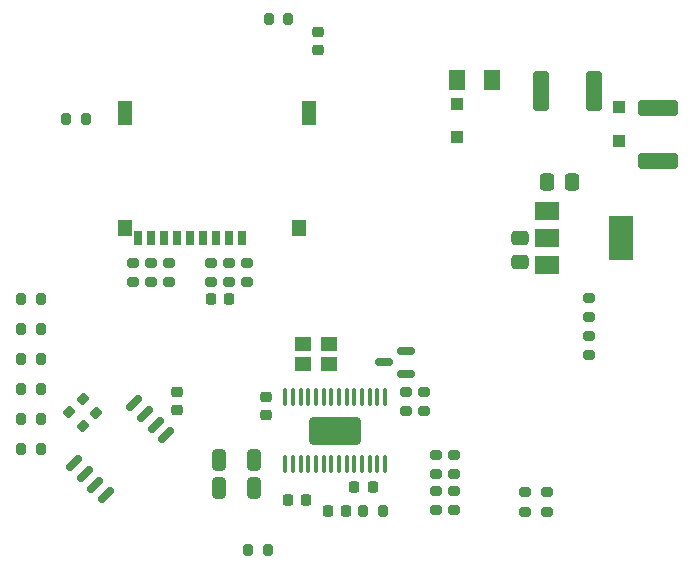
<source format=gbp>
G04 #@! TF.GenerationSoftware,KiCad,Pcbnew,7.0.2*
G04 #@! TF.CreationDate,2023-06-10T11:02:38+03:00*
G04 #@! TF.ProjectId,2.0,322e302e-6b69-4636-9164-5f7063625858,2.0*
G04 #@! TF.SameCoordinates,Original*
G04 #@! TF.FileFunction,Paste,Bot*
G04 #@! TF.FilePolarity,Positive*
%FSLAX46Y46*%
G04 Gerber Fmt 4.6, Leading zero omitted, Abs format (unit mm)*
G04 Created by KiCad (PCBNEW 7.0.2) date 2023-06-10 11:02:38*
%MOMM*%
%LPD*%
G01*
G04 APERTURE LIST*
G04 Aperture macros list*
%AMRoundRect*
0 Rectangle with rounded corners*
0 $1 Rounding radius*
0 $2 $3 $4 $5 $6 $7 $8 $9 X,Y pos of 4 corners*
0 Add a 4 corners polygon primitive as box body*
4,1,4,$2,$3,$4,$5,$6,$7,$8,$9,$2,$3,0*
0 Add four circle primitives for the rounded corners*
1,1,$1+$1,$2,$3*
1,1,$1+$1,$4,$5*
1,1,$1+$1,$6,$7*
1,1,$1+$1,$8,$9*
0 Add four rect primitives between the rounded corners*
20,1,$1+$1,$2,$3,$4,$5,0*
20,1,$1+$1,$4,$5,$6,$7,0*
20,1,$1+$1,$6,$7,$8,$9,0*
20,1,$1+$1,$8,$9,$2,$3,0*%
G04 Aperture macros list end*
%ADD10RoundRect,0.200000X0.275000X-0.200000X0.275000X0.200000X-0.275000X0.200000X-0.275000X-0.200000X0*%
%ADD11RoundRect,0.200000X0.335876X0.053033X0.053033X0.335876X-0.335876X-0.053033X-0.053033X-0.335876X0*%
%ADD12RoundRect,0.200000X-0.200000X-0.275000X0.200000X-0.275000X0.200000X0.275000X-0.200000X0.275000X0*%
%ADD13RoundRect,0.200000X0.200000X0.275000X-0.200000X0.275000X-0.200000X-0.275000X0.200000X-0.275000X0*%
%ADD14RoundRect,0.200000X-0.275000X0.200000X-0.275000X-0.200000X0.275000X-0.200000X0.275000X0.200000X0*%
%ADD15RoundRect,0.250000X0.400000X1.450000X-0.400000X1.450000X-0.400000X-1.450000X0.400000X-1.450000X0*%
%ADD16RoundRect,0.150000X-0.353553X-0.565685X0.565685X0.353553X0.353553X0.565685X-0.565685X-0.353553X0*%
%ADD17R,0.700000X1.300000*%
%ADD18R,1.200000X2.000000*%
%ADD19R,1.200000X1.400000*%
%ADD20RoundRect,0.225000X0.250000X-0.225000X0.250000X0.225000X-0.250000X0.225000X-0.250000X-0.225000X0*%
%ADD21RoundRect,0.250000X-0.475000X0.337500X-0.475000X-0.337500X0.475000X-0.337500X0.475000X0.337500X0*%
%ADD22RoundRect,0.250000X-0.300000X0.300000X-0.300000X-0.300000X0.300000X-0.300000X0.300000X0.300000X0*%
%ADD23RoundRect,0.250000X0.325000X0.650000X-0.325000X0.650000X-0.325000X-0.650000X0.325000X-0.650000X0*%
%ADD24RoundRect,0.225000X-0.250000X0.225000X-0.250000X-0.225000X0.250000X-0.225000X0.250000X0.225000X0*%
%ADD25RoundRect,0.150000X0.587500X0.150000X-0.587500X0.150000X-0.587500X-0.150000X0.587500X-0.150000X0*%
%ADD26RoundRect,0.250000X-0.337500X-0.475000X0.337500X-0.475000X0.337500X0.475000X-0.337500X0.475000X0*%
%ADD27RoundRect,0.225000X0.225000X0.250000X-0.225000X0.250000X-0.225000X-0.250000X0.225000X-0.250000X0*%
%ADD28RoundRect,0.225000X-0.225000X-0.250000X0.225000X-0.250000X0.225000X0.250000X-0.225000X0.250000X0*%
%ADD29RoundRect,0.250001X-1.924999X0.899999X-1.924999X-0.899999X1.924999X-0.899999X1.924999X0.899999X0*%
%ADD30RoundRect,0.100000X-0.100000X0.637500X-0.100000X-0.637500X0.100000X-0.637500X0.100000X0.637500X0*%
%ADD31RoundRect,0.250000X1.450000X-0.400000X1.450000X0.400000X-1.450000X0.400000X-1.450000X-0.400000X0*%
%ADD32R,1.400000X1.200000*%
%ADD33RoundRect,0.250001X-0.462499X-0.624999X0.462499X-0.624999X0.462499X0.624999X-0.462499X0.624999X0*%
%ADD34R,2.000000X1.500000*%
%ADD35R,2.000000X3.800000*%
G04 APERTURE END LIST*
D10*
X131318000Y-82296000D03*
X131318000Y-80646000D03*
D11*
X88467363Y-91515363D03*
X87300637Y-90348637D03*
D12*
X102470000Y-101981000D03*
X104120000Y-101981000D03*
D10*
X92736000Y-79311000D03*
X92736000Y-77661000D03*
D13*
X84899000Y-80765000D03*
X83249000Y-80765000D03*
D14*
X119888000Y-96965000D03*
X119888000Y-98615000D03*
D12*
X87059000Y-65532000D03*
X88709000Y-65532000D03*
D14*
X127772000Y-97092000D03*
X127772000Y-98742000D03*
X119888000Y-93917000D03*
X119888000Y-95567000D03*
D13*
X113855000Y-98679000D03*
X112205000Y-98679000D03*
D10*
X117348000Y-90233000D03*
X117348000Y-88583000D03*
D13*
X84899000Y-83305000D03*
X83249000Y-83305000D03*
D14*
X125857000Y-97092000D03*
X125857000Y-98742000D03*
D15*
X131699000Y-63119000D03*
X127249000Y-63119000D03*
D10*
X99336000Y-79311000D03*
X99336000Y-77661000D03*
D14*
X118364000Y-93917000D03*
X118364000Y-95567000D03*
D10*
X102384000Y-79311000D03*
X102384000Y-77661000D03*
D16*
X90430882Y-97362020D03*
X89532856Y-96463994D03*
X88634831Y-95565969D03*
X87736805Y-94667943D03*
X92827974Y-89576774D03*
X93726000Y-90474800D03*
X94624025Y-91372825D03*
X95522051Y-92270851D03*
D17*
X101960000Y-75586500D03*
X100860000Y-75586500D03*
X99760000Y-75586500D03*
X98660000Y-75586500D03*
X97560000Y-75586500D03*
X96460000Y-75586500D03*
X95360000Y-75586500D03*
X94260000Y-75586500D03*
X93160000Y-75586500D03*
D18*
X107580000Y-65036500D03*
X92060000Y-65036500D03*
D19*
X106740000Y-74736500D03*
X92060000Y-74736500D03*
D20*
X108331000Y-59677600D03*
X108331000Y-58127600D03*
D13*
X84899000Y-85845000D03*
X83249000Y-85845000D03*
D11*
X89610363Y-90372363D03*
X88443637Y-89205637D03*
D21*
X125476000Y-75565000D03*
X125476000Y-77640000D03*
D22*
X133858000Y-64527000D03*
X133858000Y-67327000D03*
D13*
X84899000Y-88385000D03*
X83249000Y-88385000D03*
X84899000Y-90925000D03*
X83249000Y-90925000D03*
D23*
X102948000Y-96755000D03*
X99998000Y-96755000D03*
D24*
X96393000Y-88633000D03*
X96393000Y-90183000D03*
D25*
X115824000Y-85156000D03*
X115824000Y-87056000D03*
X113949000Y-86106000D03*
D23*
X102948000Y-94361000D03*
X99998000Y-94361000D03*
D12*
X104204000Y-57023000D03*
X105854000Y-57023000D03*
D26*
X127762000Y-70866000D03*
X129837000Y-70866000D03*
D27*
X107341000Y-97790000D03*
X105791000Y-97790000D03*
D28*
X111454000Y-96647000D03*
X113004000Y-96647000D03*
D10*
X115824000Y-90233000D03*
X115824000Y-88583000D03*
X100860000Y-79311000D03*
X100860000Y-77661000D03*
X95784000Y-79311000D03*
X95784000Y-77661000D03*
D22*
X120142000Y-64256000D03*
X120142000Y-67056000D03*
D13*
X84899000Y-93465000D03*
X83249000Y-93465000D03*
D29*
X109829000Y-91879500D03*
D30*
X105604000Y-89017000D03*
X106254000Y-89017000D03*
X106904000Y-89017000D03*
X107554000Y-89017000D03*
X108204000Y-89017000D03*
X108854000Y-89017000D03*
X109504000Y-89017000D03*
X110154000Y-89017000D03*
X110804000Y-89017000D03*
X111454000Y-89017000D03*
X112104000Y-89017000D03*
X112754000Y-89017000D03*
X113404000Y-89017000D03*
X114054000Y-89017000D03*
X114054000Y-94742000D03*
X113404000Y-94742000D03*
X112754000Y-94742000D03*
X112104000Y-94742000D03*
X111454000Y-94742000D03*
X110804000Y-94742000D03*
X110154000Y-94742000D03*
X109504000Y-94742000D03*
X108854000Y-94742000D03*
X108204000Y-94742000D03*
X107554000Y-94742000D03*
X106904000Y-94742000D03*
X106254000Y-94742000D03*
X105604000Y-94742000D03*
D10*
X94260000Y-79311000D03*
X94260000Y-77661000D03*
D14*
X118364000Y-96965000D03*
X118364000Y-98615000D03*
D28*
X109207000Y-98679000D03*
X110757000Y-98679000D03*
D27*
X100851000Y-80772000D03*
X99301000Y-80772000D03*
D31*
X137160000Y-69027000D03*
X137160000Y-64577000D03*
D14*
X131318000Y-83840000D03*
X131318000Y-85490000D03*
D32*
X109304000Y-86259000D03*
X107104000Y-86259000D03*
X107104000Y-84559000D03*
X109304000Y-84559000D03*
D33*
X120142000Y-62230000D03*
X123117000Y-62230000D03*
D34*
X127762000Y-77865000D03*
X127762000Y-75565000D03*
D35*
X134062000Y-75565000D03*
D34*
X127762000Y-73265000D03*
D24*
X103936800Y-89017000D03*
X103936800Y-90567000D03*
M02*

</source>
